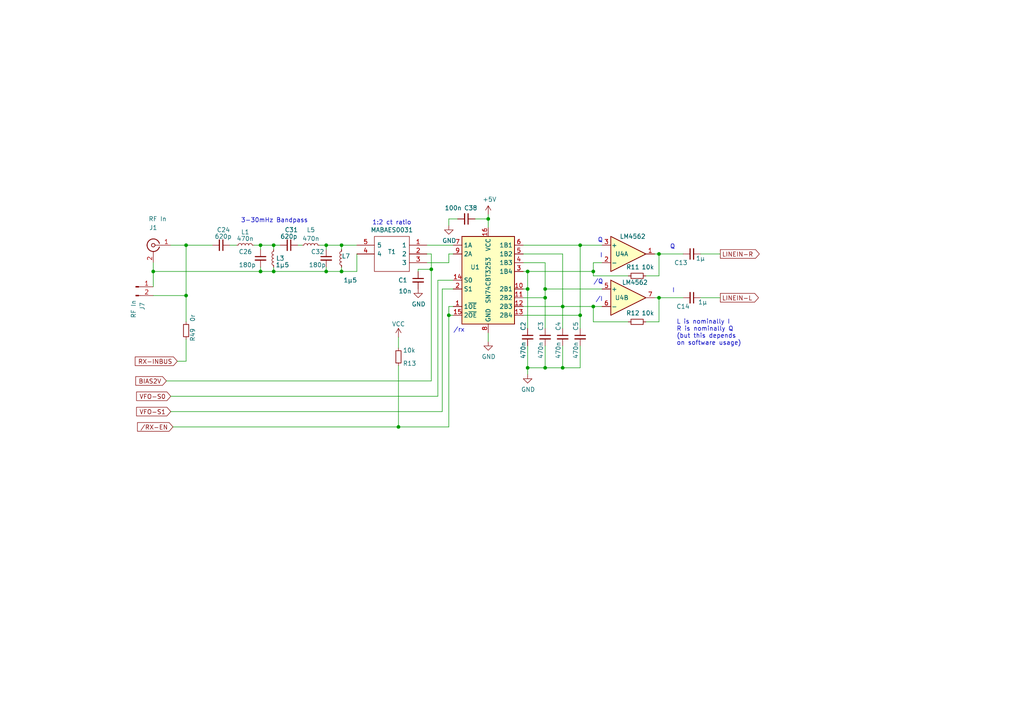
<source format=kicad_sch>
(kicad_sch (version 20230121) (generator eeschema)
  (paper "A4")
  (title_block (title "HF IQ Transceiver PiggyBack for Pi (not a hat)") (date "2024-01-21") (rev "2.0") (company "AE0GL: Mario P. Vano") (comment 1 "Sheet 1: Codec, Power Supplies, and GPIO"))
  (lib_symbols
    (symbol "Amplifier_Operational:LM4562" (pin_names (offset 0.127))
      (property "Reference" "U" (at 0 5.08 0))
      (property "Value" "LM4562" (at 0 -5.08 0))
      (symbol "LM4562_1_1"
        (polyline (pts (xy -5.08 5.08) (xy 5.08 0) (xy -5.08 -5.08) (xy -5.08 5.08)) (stroke (width 0.254)) (fill (type background)))
        (pin output line (at 7.62 0 180) (length 2.54) (name "~") (number "1"))
        (pin input line (at -7.62 -2.54 0) (length 2.54) (name "-") (number "2"))
        (pin input line (at -7.62 2.54 0) (length 2.54) (name "+") (number "3"))
      )
      (symbol "LM4562_2_1"
        (polyline (pts (xy -5.08 5.08) (xy 5.08 0) (xy -5.08 -5.08) (xy -5.08 5.08)) (stroke (width 0.254)) (fill (type background)))
        (pin input line (at -7.62 2.54 0) (length 2.54) (name "+") (number "5"))
        (pin input line (at -7.62 -2.54 0) (length 2.54) (name "-") (number "6"))
        (pin output line (at 7.62 0 180) (length 2.54) (name "~") (number "7"))
      )
      (symbol "LM4562_3_1"
        (pin power_in line (at -2.54 -7.62 90) (length 3.81) (name "V-") (number "4"))
        (pin power_in line (at -2.54 7.62 270) (length 3.81) (name "V+") (number "8"))
      )
    )
    (symbol "Analog_Switch:SN74CBT3253"
      (property "Reference" "U" (at -7.62 13.97 0))
      (property "Value" "SN74CBT3253" (at -11.43 -13.97 0))
      (symbol "SN74CBT3253_0_1"
        (rectangle (start -7.62 12.7) (end 7.62 -12.7) (stroke (width 0.254)) (fill (type background)))
        (rectangle (start 7.62 -12.7) (end 7.62 -12.7))
      )
      (symbol "SN74CBT3253_1_1"
        (pin input line (at -10.16 -7.62 0) (length 2.54) (name "1~{OE}") (number "1"))
        (pin bidirectional line (at 10.16 -2.54 180) (length 2.54) (name "2B1") (number "10"))
        (pin bidirectional line (at 10.16 -5.08 180) (length 2.54) (name "2B2") (number "11"))
        (pin bidirectional line (at 10.16 -7.62 180) (length 2.54) (name "2B3") (number "12"))
        (pin bidirectional line (at 10.16 -10.16 180) (length 2.54) (name "2B4") (number "13"))
        (pin input line (at -10.16 0 0) (length 2.54) (name "S0") (number "14"))
        (pin input line (at -10.16 -10.16 0) (length 2.54) (name "2~{OE}") (number "15"))
        (pin power_in line (at 0 15.24 270) (length 2.54) (name "VCC") (number "16"))
        (pin input line (at -10.16 -2.54 0) (length 2.54) (name "S1") (number "2"))
        (pin bidirectional line (at 10.16 2.54 180) (length 2.54) (name "1B4") (number "3"))
        (pin bidirectional line (at 10.16 5.08 180) (length 2.54) (name "1B3") (number "4"))
        (pin bidirectional line (at 10.16 7.62 180) (length 2.54) (name "1B2") (number "5"))
        (pin bidirectional line (at 10.16 10.16 180) (length 2.54) (name "1B1") (number "6"))
        (pin bidirectional line (at -10.16 10.16 0) (length 2.54) (name "1A") (number "7"))
        (pin power_in line (at 0 -15.24 90) (length 2.54) (name "GND") (number "8"))
        (pin bidirectional line (at -10.16 7.62 0) (length 2.54) (name "2A") (number "9"))
      )
    )
    (symbol "Connector:Conn_01x02_Pin" (pin_names (offset 1.016) hide)
      (property "Reference" "J" (at 0 2.54 0))
      (property "Value" "Conn_01x02_Pin" (at 0 -5.08 0))
      (symbol "Conn_01x02_Pin_1_1"
        (polyline (pts (xy 1.27 -2.54) (xy 0.8636 -2.54)) (stroke (width 0.1524)))
        (polyline (pts (xy 1.27 0) (xy 0.8636 0)) (stroke (width 0.1524)))
        (rectangle (start 0.8636 -2.413) (end 0 -2.667) (stroke (width 0.1524)) (fill (type outline)))
        (rectangle (start 0.8636 0.127) (end 0 -0.127) (stroke (width 0.1524)) (fill (type outline)))
        (pin passive line (at 5.08 0 180) (length 3.81) (name "Pin_1") (number "1"))
        (pin passive line (at 5.08 -2.54 180) (length 3.81) (name "Pin_2") (number "2"))
      )
    )
    (symbol "Connector:Conn_Coaxial" (pin_names (offset 1.016) hide)
      (property "Reference" "J" (at 0.254 3.048 0))
      (property "Value" "Conn_Coaxial" (at 2.921 0 90))
      (symbol "Conn_Coaxial_0_1"
        (arc (start -1.778 -0.508) (mid 0.2311 -1.8066) (end 1.778 0) (stroke (width 0.254)))
        (polyline (pts (xy -2.54 0) (xy -0.508 0)))
        (polyline (pts (xy 0 -2.54) (xy 0 -1.778)))
        (circle (center 0 0) (radius 0.508) (stroke (width 0.2032)))
        (arc (start 1.778 0) (mid 0.2099 1.8101) (end -1.778 0.508) (stroke (width 0.254)))
      )
      (symbol "Conn_Coaxial_1_1"
        (pin passive line (at -5.08 0 0) (length 2.54) (name "In") (number "1"))
        (pin passive line (at 0 -5.08 90) (length 2.54) (name "Ext") (number "2"))
      )
    )
    (symbol "Device:C_Small" (pin_numbers hide) (pin_names (offset 0.254) hide)
      (property "Reference" "C" (at 0.254 1.778 0))
      (property "Value" "C_Small" (at 0.254 -2.032 0))
      (symbol "C_Small_0_1"
        (polyline (pts (xy -1.524 -0.508) (xy 1.524 -0.508)) (stroke (width 0.3302)))
        (polyline (pts (xy -1.524 0.508) (xy 1.524 0.508)) (stroke (width 0.3048)))
      )
      (symbol "C_Small_1_1"
        (pin passive line (at 0 2.54 270) (length 2.032) (name "~") (number "1"))
        (pin passive line (at 0 -2.54 90) (length 2.032) (name "~") (number "2"))
      )
    )
    (symbol "Device:L_Small" (pin_numbers hide) (pin_names (offset 0.254) hide)
      (property "Reference" "L" (at 0.762 1.016 0))
      (property "Value" "L_Small" (at 0.762 -1.016 0))
      (symbol "L_Small_0_1"
        (arc (start 0 -2.032) (mid 0.5058 -1.524) (end 0 -1.016))
        (arc (start 0 -1.016) (mid 0.5058 -0.508) (end 0 0))
        (arc (start 0 0) (mid 0.5058 0.508) (end 0 1.016))
        (arc (start 0 1.016) (mid 0.5058 1.524) (end 0 2.032))
      )
      (symbol "L_Small_1_1"
        (pin passive line (at 0 2.54 270) (length 0.508) (name "~") (number "1"))
        (pin passive line (at 0 -2.54 90) (length 0.508) (name "~") (number "2"))
      )
    )
    (symbol "Device:R_Small" (pin_numbers hide) (pin_names (offset 0.254) hide)
      (property "Reference" "R" (at 0.762 0.508 0))
      (property "Value" "R_Small" (at 0.762 -1.016 0))
      (symbol "R_Small_0_1"
        (rectangle (start -0.762 1.778) (end 0.762 -1.778) (stroke (width 0.2032)))
      )
      (symbol "R_Small_1_1"
        (pin passive line (at 0 2.54 270) (length 0.762) (name "~") (number "1"))
        (pin passive line (at 0 -2.54 90) (length 0.762) (name "~") (number "2"))
      )
    )
    (symbol "MABAES0060:MABAES0031" (pin_names (offset 0.762))
      (property "Reference" "T" (at 16.51 7.62 0))
      (property "Value" "MABAES0031" (at 16.51 5.08 0))
      (symbol "MABAES0031_0_0"
        (pin passive line (at 20.32 0 180) (length 5.08) (name "1") (number "1"))
        (pin passive line (at 20.32 -2.54 180) (length 5.08) (name "2") (number "2"))
        (pin passive line (at 20.32 -5.08 180) (length 5.08) (name "3") (number "3"))
        (pin passive line (at 0 -2.54 0) (length 5.08) (name "4") (number "4"))
        (pin passive line (at 0 0 0) (length 5.08) (name "5") (number "5"))
      )
      (symbol "MABAES0031_0_1"
        (polyline (pts (xy 5.08 2.54) (xy 15.24 2.54) (xy 15.24 -7.62) (xy 5.08 -7.62) (xy 5.08 2.54)) (stroke (width 0.1524)))
      )
    )
    (symbol "power:+5V" (power) (pin_names (offset 0))
      (property "Value" "+5V" (at 0 3.556 0))
      (symbol "+5V_0_1"
        (polyline (pts (xy -0.762 1.27) (xy 0 2.54)))
        (polyline (pts (xy 0 0) (xy 0 2.54)))
        (polyline (pts (xy 0 2.54) (xy 0.762 1.27)))
      )
      (symbol "+5V_1_1"
        (pin power_in line (at 0 0 90) (length 0) hide (name "+5V") (number "1"))
      )
    )
    (symbol "power:GND" (power) (pin_names (offset 0))
      (property "Value" "GND" (at 0 -3.81 0))
      (symbol "GND_0_1"
        (polyline (pts (xy 0 0) (xy 0 -1.27) (xy 1.27 -1.27) (xy 0 -2.54) (xy -1.27 -1.27) (xy 0 -1.27)))
      )
      (symbol "GND_1_1"
        (pin power_in line (at 0 0 270) (length 0) hide (name "GND") (number "1"))
      )
    )
    (symbol "power:VCC" (power) (pin_names (offset 0))
      (property "Value" "VCC" (at 0 3.81 0))
      (symbol "VCC_0_1"
        (polyline (pts (xy -0.762 1.27) (xy 0 2.54)))
        (polyline (pts (xy 0 0) (xy 0 2.54)))
        (polyline (pts (xy 0 2.54) (xy 0.762 1.27)))
      )
      (symbol "VCC_1_1"
        (pin power_in line (at 0 0 90) (length 0) hide (name "VCC") (number "1"))
      )
    )
  )
  (junction (at 79.375 71.12))
  (junction (at 125.095 78.105))
  (junction (at 153.035 78.74))
  (junction (at 94.615 71.12))
  (junction (at 79.375 78.74))
  (junction (at 75.565 71.12))
  (junction (at 158.115 83.82))
  (junction (at 191.135 86.36))
  (junction (at 153.035 83.82))
  (junction (at 168.275 71.12))
  (junction (at 130.175 91.44))
  (junction (at 158.115 86.36))
  (junction (at 99.06 78.74))
  (junction (at 94.615 78.74))
  (junction (at 53.975 71.12))
  (junction (at 75.565 78.74))
  (junction (at 158.115 106.68))
  (junction (at 172.085 78.74))
  (junction (at 172.085 88.9))
  (junction (at 163.195 88.9))
  (junction (at 191.135 73.66))
  (junction (at 99.06 71.12))
  (junction (at 53.975 85.725))
  (junction (at 44.45 78.74))
  (junction (at 141.605 63.5))
  (junction (at 168.275 91.44))
  (junction (at 153.035 106.68))
  (junction (at 163.195 106.68))
  (junction (at 115.57 123.825))
  (wire (pts (xy 123.825 71.12) (xy 131.445 71.12)))
  (wire (pts (xy 158.115 83.82) (xy 174.625 83.82)))
  (wire (pts (xy 168.275 106.68) (xy 168.275 100.33)))
  (wire (pts (xy 49.53 114.935) (xy 127 114.935)))
  (wire (pts (xy 141.605 63.5) (xy 141.605 62.23)))
  (wire (pts (xy 208.915 86.36) (xy 203.2 86.36)))
  (wire (pts (xy 151.765 91.44) (xy 168.275 91.44)))
  (wire (pts (xy 153.035 106.68) (xy 153.035 108.585)))
  (wire (pts (xy 163.195 106.68) (xy 163.195 100.33)))
  (wire (pts (xy 79.375 78.74) (xy 79.375 77.47)))
  (wire (pts (xy 153.035 78.74) (xy 153.035 83.82)))
  (wire (pts (xy 50.165 123.825) (xy 115.57 123.825)))
  (wire (pts (xy 191.135 80.01) (xy 187.325 80.01)))
  (wire (pts (xy 153.035 100.33) (xy 153.035 106.68)))
  (wire (pts (xy 53.975 85.725) (xy 53.975 93.345)))
  (wire (pts (xy 86.36 71.12) (xy 87.63 71.12)))
  (wire (pts (xy 158.115 95.25) (xy 158.115 86.36)))
  (wire (pts (xy 141.605 96.52) (xy 141.605 99.06)))
  (wire (pts (xy 131.445 88.9) (xy 130.175 88.9)))
  (wire (pts (xy 49.53 119.38) (xy 128.27 119.38)))
  (wire (pts (xy 158.115 106.68) (xy 158.115 100.33)))
  (wire (pts (xy 123.825 76.2) (xy 130.175 76.2)))
  (wire (pts (xy 131.445 83.82) (xy 128.27 83.82)))
  (wire (pts (xy 94.615 78.74) (xy 99.06 78.74)))
  (wire (pts (xy 182.245 93.345) (xy 172.085 93.345)))
  (wire (pts (xy 125.095 73.66) (xy 125.095 78.105)))
  (wire (pts (xy 44.45 78.74) (xy 75.565 78.74)))
  (wire (pts (xy 189.865 86.36) (xy 191.135 86.36)))
  (wire (pts (xy 73.66 71.12) (xy 75.565 71.12)))
  (wire (pts (xy 151.765 76.2) (xy 158.115 76.2)))
  (wire (pts (xy 130.175 123.825) (xy 130.175 91.44)))
  (wire (pts (xy 158.115 76.2) (xy 158.115 83.82)))
  (wire (pts (xy 130.175 63.5) (xy 130.175 65.405)))
  (wire (pts (xy 141.605 66.04) (xy 141.605 63.5)))
  (wire (pts (xy 172.085 78.74) (xy 172.085 80.01)))
  (wire (pts (xy 66.675 71.12) (xy 68.58 71.12)))
  (wire (pts (xy 132.715 63.5) (xy 130.175 63.5)))
  (wire (pts (xy 44.45 83.185) (xy 44.45 78.74)))
  (wire (pts (xy 44.45 76.2) (xy 44.45 78.74)))
  (wire (pts (xy 53.975 98.425) (xy 53.975 104.775)))
  (wire (pts (xy 153.035 78.74) (xy 172.085 78.74)))
  (wire (pts (xy 75.565 71.12) (xy 79.375 71.12)))
  (wire (pts (xy 99.06 71.12) (xy 103.505 71.12)))
  (wire (pts (xy 48.26 110.49) (xy 125.095 110.49)))
  (wire (pts (xy 99.06 72.39) (xy 99.06 71.12)))
  (wire (pts (xy 125.095 73.66) (xy 123.825 73.66)))
  (wire (pts (xy 99.06 78.74) (xy 99.06 77.47)))
  (wire (pts (xy 94.615 71.12) (xy 94.615 72.39)))
  (wire (pts (xy 127 114.935) (xy 127 81.28)))
  (wire (pts (xy 127 81.28) (xy 131.445 81.28)))
  (wire (pts (xy 137.795 63.5) (xy 141.605 63.5)))
  (wire (pts (xy 153.035 95.25) (xy 153.035 83.82)))
  (wire (pts (xy 103.505 78.74) (xy 103.505 73.66)))
  (wire (pts (xy 121.285 78.105) (xy 125.095 78.105)))
  (wire (pts (xy 99.06 78.74) (xy 103.505 78.74)))
  (wire (pts (xy 158.115 86.36) (xy 151.765 86.36)))
  (wire (pts (xy 121.285 78.74) (xy 121.285 78.105)))
  (wire (pts (xy 172.085 88.9) (xy 163.195 88.9)))
  (wire (pts (xy 172.085 88.9) (xy 172.085 93.345)))
  (wire (pts (xy 130.175 91.44) (xy 131.445 91.44)))
  (wire (pts (xy 49.53 71.12) (xy 53.975 71.12)))
  (wire (pts (xy 94.615 78.74) (xy 94.615 77.47)))
  (wire (pts (xy 158.115 83.82) (xy 158.115 86.36)))
  (wire (pts (xy 153.035 83.82) (xy 151.765 83.82)))
  (wire (pts (xy 163.195 88.9) (xy 151.765 88.9)))
  (wire (pts (xy 79.375 72.39) (xy 79.375 71.12)))
  (wire (pts (xy 158.115 106.68) (xy 163.195 106.68)))
  (wire (pts (xy 198.12 86.36) (xy 191.135 86.36)))
  (wire (pts (xy 182.245 80.01) (xy 172.085 80.01)))
  (wire (pts (xy 53.975 104.775) (xy 51.435 104.775)))
  (wire (pts (xy 172.085 76.2) (xy 174.625 76.2)))
  (wire (pts (xy 75.565 71.12) (xy 75.565 72.39)))
  (wire (pts (xy 168.275 95.25) (xy 168.275 91.44)))
  (wire (pts (xy 79.375 78.74) (xy 94.615 78.74)))
  (wire (pts (xy 92.71 71.12) (xy 94.615 71.12)))
  (wire (pts (xy 115.57 106.045) (xy 115.57 123.825)))
  (wire (pts (xy 130.175 88.9) (xy 130.175 91.44)))
  (wire (pts (xy 44.45 85.725) (xy 53.975 85.725)))
  (wire (pts (xy 130.175 73.66) (xy 131.445 73.66)))
  (wire (pts (xy 198.12 73.66) (xy 191.135 73.66)))
  (wire (pts (xy 115.57 123.825) (xy 130.175 123.825)))
  (wire (pts (xy 172.085 76.2) (xy 172.085 78.74)))
  (wire (pts (xy 191.135 73.66) (xy 189.865 73.66)))
  (wire (pts (xy 187.325 93.345) (xy 191.135 93.345)))
  (wire (pts (xy 203.2 73.66) (xy 208.915 73.66)))
  (wire (pts (xy 168.275 71.12) (xy 151.765 71.12)))
  (wire (pts (xy 53.975 71.12) (xy 53.975 85.725)))
  (wire (pts (xy 115.57 97.79) (xy 115.57 100.965)))
  (wire (pts (xy 168.275 71.12) (xy 168.275 91.44)))
  (wire (pts (xy 151.765 78.74) (xy 153.035 78.74)))
  (wire (pts (xy 163.195 73.66) (xy 163.195 88.9)))
  (wire (pts (xy 191.135 73.66) (xy 191.135 80.01)))
  (wire (pts (xy 163.195 95.25) (xy 163.195 88.9)))
  (wire (pts (xy 79.375 71.12) (xy 81.28 71.12)))
  (wire (pts (xy 172.085 88.9) (xy 174.625 88.9)))
  (wire (pts (xy 163.195 106.68) (xy 168.275 106.68)))
  (wire (pts (xy 191.135 93.345) (xy 191.135 86.36)))
  (wire (pts (xy 174.625 71.12) (xy 168.275 71.12)))
  (wire (pts (xy 53.975 71.12) (xy 61.595 71.12)))
  (wire (pts (xy 125.095 110.49) (xy 125.095 78.105)))
  (wire (pts (xy 99.06 71.12) (xy 94.615 71.12)))
  (wire (pts (xy 151.765 73.66) (xy 163.195 73.66)))
  (wire (pts (xy 153.035 106.68) (xy 158.115 106.68)))
  (wire (pts (xy 130.175 76.2) (xy 130.175 73.66)))
  (wire (pts (xy 75.565 78.74) (xy 79.375 78.74)))
  (wire (pts (xy 128.27 119.38) (xy 128.27 83.82)))
  (wire (pts (xy 75.565 78.74) (xy 75.565 77.47)))
  (text "Q" (at 194.31 72.39 0) (effects (font (size 1.27 1.27)) (justify left bottom)))
  (text "3-30mHz Bandpass" (at 69.85 64.77 0) (effects (font (size 1.27 1.27)) (justify left bottom)))
  (text "I" (at 173.99 74.93 0) (effects (font (size 1.27 1.27)) (justify left bottom)))
  (text "/rx" (at 131.445 96.52 0) (effects (font (size 1.27 1.27)) (justify left bottom)))
  (text "1:2 ct ratio" (at 107.95 65.405 0) (effects (font (size 1.27 1.27)) (justify left bottom)))
  (text "Q" (at 173.355 70.485 0) (effects (font (size 1.27 1.27)) (justify left bottom)))
  (text "L is nominally I\nR is nominally Q\n(but this depends\non software usage)" (at 196.215 100.33 0) (effects (font (size 1.27 1.27)) (justify left bottom)))
  (text "I" (at 194.945 85.09 0) (effects (font (size 1.27 1.27)) (justify left bottom)))
  (text "/I" (at 172.72 87.63 0) (effects (font (size 1.27 1.27)) (justify left bottom)))
  (text "/Q" (at 172.085 82.55 0) (effects (font (size 1.27 1.27)) (justify left bottom)))
  (global_label "VFO-S0" (shape input) (at 49.53 114.935 180) (property "Intersheetrefs" "${INTERSHEET_REFS}" (effects hide)))
  (global_label "BIAS2V" (shape input) (at 48.26 110.49 180) (property "Intersheetrefs" "${INTERSHEET_REFS}" (effects hide)))
  (global_label "{slash}RX-EN" (shape input) (at 50.165 123.825 180) (property "Intersheetrefs" "${INTERSHEET_REFS}" (effects hide)))
  (global_label "LINEIN-L" (shape output) (at 208.915 86.36 0) (property "Intersheetrefs" "${INTERSHEET_REFS}" (effects hide)))
  (global_label "VFO-S1" (shape input) (at 49.53 119.38 180) (property "Intersheetrefs" "${INTERSHEET_REFS}" (effects hide)))
  (global_label "RX-INBUS" (shape input) (at 51.435 104.775 180) (property "Intersheetrefs" "${INTERSHEET_REFS}" (effects hide)))
  (global_label "LINEIN-R" (shape output) (at 208.915 73.66 0) (property "Intersheetrefs" "${INTERSHEET_REFS}" (effects hide)))
  (symbol (lib_id "power:GND") (at 141.605 99.06 0) (unit 1)
    (property "Reference" "#PWR073" (effects hide))
    (property "Value" "GND" (at 141.732 103.4542 0))
  )
  (symbol (lib_id "Device:C_Small") (at 83.82 71.12 270) (unit 1)
    (property "Reference" "C31" (at 82.55 66.675 90) (effects (justify left)))
    (property "Value" "620p" (at 81.28 68.58 90) (effects (justify left)))
    (property "Footprint" "Capacitor_SMD:C_0603_1608Metric" (effects hide))
    (property "DigiKey Part Number" "399-C0603C621J5GAC7867CT-ND" (effects hide))
    (property "Description" "CAP CER 620PF 50V C0G/NP0 0603" (effects hide))
    (property "Manufacturer_Part_Number" "399-C0603C621J5GAC7867DKR-ND" (effects hide))
    (property "Manufacturer_Name" "KEMET" (effects hide))
  )
  (symbol (lib_id "Device:C_Small") (at 158.115 97.79 0) (mirror y) (unit 1)
    (property "Reference" "C3" (at 156.845 94.615 90))
    (property "Value" "470n" (at 156.845 101.6 90))
    (property "Footprint" "Capacitor_SMD:C_0603_1608Metric" (effects hide))
    (property "DigiKey Part Number" "13-CC0603JRX7R8BB474CT-ND" (effects hide))
    (property "Manufacturer_Part_Number" "CC0603JRX7R8BB474" (effects hide))
    (property "Description" "CAP CER 0.47UF 25V X7R 0603" (effects hide))
    (property "Manufacturer_Name" "YAGEO" (effects hide))
  )
  (symbol (lib_id "Device:R_Small") (at 184.785 93.345 270) (unit 1)
    (property "Reference" "R12" (at 181.61 90.805 90) (effects (justify left)))
    (property "Value" "10k" (at 186.055 90.805 90) (effects (justify left)))
    (property "Footprint" "Resistor_SMD:R_0603_1608Metric" (effects hide))
    (property "DigiKey Part Number" "RMCF0603FT10K0CT-ND" (effects hide))
    (property "Description" "RES 10K OHM 1% 1/10W 0603" (effects hide))
    (property "Manufacturer_Part_Number" "RMCF0603FT10K0" (effects hide))
    (property "Manufacturer_Name" "Stackpole Electronics Inc" (effects hide))
  )
  (symbol (lib_id "Device:R_Small") (at 53.975 95.885 0) (mirror y) (unit 1) (in_bom no)
    (property "Reference" "R49" (at 55.88 99.06 90) (effects (justify left)))
    (property "Value" "0r" (at 55.88 93.345 90) (effects (justify left)))
    (property "Footprint" "Resistor_SMD:R_0603_1608Metric" (effects hide))
    (property "DigiKey Part Number" "RMCF0603ZT0R00CT-ND" (effects hide))
    (property "Description" "RES 0 OHM JUMPER 1/10W 0603" (effects hide))
    (property "Manufacturer_Name" "Stackpole Electronics Inc" (effects hide))
    (property "Manufacturer_Part_Number" "RMCF0603ZT0R00" (effects hide))
  )
  (symbol (lib_id "Device:R_Small") (at 115.57 103.505 0) (mirror x) (unit 1)
    (property "Reference" "R13" (at 116.84 105.41 0) (effects (justify left)))
    (property "Value" "10k" (at 116.84 101.6 0) (effects (justify left)))
    (property "Footprint" "Resistor_SMD:R_0603_1608Metric" (effects hide))
    (property "DigiKey Part Number" "RMCF0603FT10K0CT-ND" (effects hide))
    (property "Description" "RES 10K OHM 1% 1/10W 0603" (effects hide))
    (property "Manufacturer_Part_Number" "RMCF0603FT10K0" (effects hide))
    (property "Manufacturer_Name" "Stackpole Electronics Inc" (effects hide))
  )
  (symbol (lib_id "Device:C_Small") (at 135.255 63.5 270) (mirror x) (unit 1)
    (property "Reference" "C38" (at 136.525 60.325 90))
    (property "Value" "100n" (at 131.445 60.325 90))
    (property "Footprint" "Capacitor_SMD:C_0603_1608Metric" (effects hide))
    (property "DigiKey Part Number" "1276-1033-1-ND" (effects hide))
    (property "Manufacturer_Part_Number" "CL10B104JB8NNNC" (effects hide))
    (property "Description" "0.1 µF ±5% 50V Ceramic Capacitor X7R 0603 (1608 Metric)" (effects hide))
    (property "Manufacturer_Name" "Samsung Electro-Mechanics" (effects hide))
  )
  (symbol (lib_id "Device:C_Small") (at 153.035 97.79 0) (mirror y) (unit 1)
    (property "Reference" "C2" (at 151.765 94.615 90))
    (property "Value" "470n" (at 151.765 101.6 90))
    (property "Footprint" "Capacitor_SMD:C_0603_1608Metric" (effects hide))
    (property "DigiKey Part Number" "13-CC0603JRX7R8BB474CT-ND" (effects hide))
    (property "Manufacturer_Part_Number" "CC0603JRX7R8BB474" (effects hide))
    (property "Description" "CAP CER 0.47UF 25V X7R 0603" (effects hide))
    (property "Manufacturer_Name" "YAGEO" (effects hide))
  )
  (symbol (lib_id "power:VCC") (at 115.57 97.79 0) (unit 1)
    (property "Reference" "#PWR016" (effects hide))
    (property "Value" "VCC" (at 115.57 93.98 0))
  )
  (symbol (lib_id "Device:L_Small") (at 90.17 71.12 270) (mirror x) (unit 1)
    (property "Reference" "L5" (at 90.17 66.675 90))
    (property "Value" "470n" (at 90.17 69.215 90))
    (property "Footprint" "Inductor_SMD:L_0603_1608Metric" (effects hide))
    (property "DigiKey Part Number" "445-16967-1-ND" (effects hide))
    (property "Description" "FIXED IND 470NH 100MA 950MOHM SM" (effects hide))
    (property "Manufacturer_Part_Number" "MLF1608DR47JTD25" (effects hide))
    (property "Manufacturer_Name" "TDK Corporation" (effects hide))
  )
  (symbol (lib_id "Connector:Conn_01x02_Pin") (at 39.37 83.185 0) (unit 1) (in_bom no)
    (property "Reference" "J7" (at 41.275 87.63 90) (effects (justify right)))
    (property "Value" "RF In" (at 38.735 86.995 90) (effects (justify right)))
    (property "Footprint" "Connector_PinHeader_2.54mm:PinHeader_2x01_P2.54mm_Vertical" (effects hide))
  )
  (symbol (lib_id "Device:L_Small") (at 79.375 74.93 0) (mirror y) (unit 1)
    (property "Reference" "L3" (at 81.28 74.93 0))
    (property "Value" "1µ5" (at 81.915 76.835 0))
    (property "Footprint" "Inductor_SMD:L_0603_1608Metric" (effects hide))
    (property "DigiKey Part Number" "445-175367-1-ND" (effects hide))
    (property "Description" "FIXED IND 1.5UH 50MA 700MOHM SMD" (effects hide))
    (property "Manufacturer_Part_Number" "MLF1608A1R5JT000" (effects hide))
    (property "Manufacturer_Name" "TDK Corporation" (effects hide))
  )
  (symbol (lib_id "power:GND") (at 130.175 65.405 0) (unit 1)
    (property "Reference" "#PWR071" (effects hide))
    (property "Value" "GND" (at 130.302 69.7992 0))
  )
  (symbol (lib_id "Device:L_Small") (at 99.06 74.93 0) (mirror y) (unit 1)
    (property "Reference" "L7" (at 100.33 74.295 0))
    (property "Value" "1µ5" (at 101.6 81.28 0))
    (property "Footprint" "Inductor_SMD:L_0603_1608Metric" (effects hide))
    (property "DigiKey Part Number" "445-175367-1-ND" (effects hide))
    (property "Description" "FIXED IND 1.5UH 50MA 700MOHM SMD" (effects hide))
    (property "Manufacturer_Part_Number" "MLF1608A1R5JT000" (effects hide))
    (property "Manufacturer_Name" "TDK Corporation" (effects hide))
  )
  (symbol (lib_id "Amplifier_Operational:LM4562") (at 182.245 73.66 0) (unit 1)
    (property "Reference" "U4" (at 180.34 73.66 0))
    (property "Value" "LM4562" (at 183.515 68.58 0))
    (property "Footprint" "Package_SO:SOIC-8_3.9x4.9mm_P1.27mm" (effects hide))
    (property "Datasheet" "http://www.ti.com/lit/ds/symlink/lm4562.pdf" (effects hide))
    (property "DigiKey Part Number" "296-44416-5-ND" (effects hide))
    (property "Description" "IC AUDIO 2 CIRCUIT 8SOIC" (effects hide))
    (property "Manufacturer_Name" "Texas Instruments" (effects hide))
    (property "Manufacturer_Part_Number" "LM4562MA/NOPB" (effects hide))
  )
  (symbol (lib_id "Device:C_Small") (at 75.565 74.93 0) (unit 1)
    (property "Reference" "C26" (at 69.215 73.025 0) (effects (justify left)))
    (property "Value" "180p" (at 69.215 76.835 0) (effects (justify left)))
    (property "Footprint" "Capacitor_SMD:C_0603_1608Metric" (effects hide))
    (property "DigiKey Part Number" "399-C0603C181J5GAC7867CT-ND" (effects hide))
    (property "Description" "CAP CER 180PF 50V C0G/NP0 0603" (effects hide))
    (property "Manufacturer_Name" "KEMET" (effects hide))
    (property "Manufacturer_Part_Number" "C0603C181J5GAC7867" (effects hide))
  )
  (symbol (lib_id "Device:L_Small") (at 71.12 71.12 270) (mirror x) (unit 1)
    (property "Reference" "L1" (at 71.12 67.31 90))
    (property "Value" "470n" (at 71.12 69.215 90))
    (property "Footprint" "Inductor_SMD:L_0603_1608Metric" (effects hide))
    (property "DigiKey Part Number" "445-16967-1-ND" (effects hide))
    (property "Description" "FIXED IND 470NH 100MA 950MOHM SM" (effects hide))
    (property "Manufacturer_Part_Number" "MLF1608DR47JTD25" (effects hide))
    (property "Manufacturer_Name" "TDK Corporation" (effects hide))
  )
  (symbol (lib_id "power:GND") (at 153.035 108.585 0) (unit 1)
    (property "Reference" "#PWR074" (effects hide))
    (property "Value" "GND" (at 153.162 112.9792 0))
  )
  (symbol (lib_id "Device:C_Small") (at 121.285 81.28 0) (mirror y) (unit 1)
    (property "Reference" "C1" (at 116.84 81.28 0))
    (property "Value" "10n" (at 117.475 84.455 0))
    (property "Footprint" "Capacitor_SMD:C_0603_1608Metric" (effects hide))
    (property "DigiKey Part Number" "720-1375-1-ND " (effects hide))
    (property "Manufacturer_Name" "Vishay Vitramon" (effects hide))
    (property "Manufacturer_Part_Number" "VJ0603Y103JXAAC" (effects hide))
    (property "Description" "10000 pF ±5% 50V Ceramic Capacitor X7R 0603 (1608 Metric)" (effects hide))
  )
  (symbol (lib_id "Device:C_Small") (at 64.135 71.12 270) (unit 1)
    (property "Reference" "C24" (at 62.865 66.675 90) (effects (justify left)))
    (property "Value" "620p" (at 62.23 68.58 90) (effects (justify left)))
    (property "Footprint" "Capacitor_SMD:C_0603_1608Metric" (effects hide))
    (property "DigiKey Part Number" "399-C0603C621J5GAC7867CT-ND" (effects hide))
    (property "Description" "CAP CER 620PF 50V C0G/NP0 0603" (effects hide))
    (property "Manufacturer_Part_Number" "399-C0603C621J5GAC7867DKR-ND" (effects hide))
    (property "Manufacturer_Name" "KEMET" (effects hide))
  )
  (symbol (lib_id "Device:R_Small") (at 184.785 80.01 270) (mirror x) (unit 1)
    (property "Reference" "R11" (at 181.61 77.47 90) (effects (justify left)))
    (property "Value" "10k" (at 186.055 77.47 90) (effects (justify left)))
    (property "Footprint" "Resistor_SMD:R_0603_1608Metric" (effects hide))
    (property "DigiKey Part Number" "RMCF0603FT10K0CT-ND" (effects hide))
    (property "Description" "RES 10K OHM 1% 1/10W 0603" (effects hide))
    (property "Manufacturer_Part_Number" "RMCF0603FT10K0" (effects hide))
    (property "Manufacturer_Name" "Stackpole Electronics Inc" (effects hide))
  )
  (symbol (lib_id "Device:C_Small") (at 200.66 73.66 90) (unit 1)
    (property "Reference" "C13" (at 197.485 76.2 90))
    (property "Value" "1µ" (at 203.2 74.93 90))
    (property "Footprint" "Capacitor_SMD:C_0603_1608Metric" (effects hide))
    (property "DigiKey Part Number" "1276-1036-1-ND" (effects hide))
    (property "Manufacturer_Part_Number" "CL10A105KQ8NNNC" (effects hide))
    (property "Description" "CAP CER 1UF 6.3V X5R 0603" (effects hide))
    (property "Manufacturer_Name" "Samsung Electro-Mechanics" (effects hide))
  )
  (symbol (lib_id "Device:C_Small") (at 163.195 97.79 0) (mirror y) (unit 1)
    (property "Reference" "C4" (at 161.925 94.615 90))
    (property "Value" "470n" (at 161.925 101.6 90))
    (property "Footprint" "Capacitor_SMD:C_0603_1608Metric" (effects hide))
    (property "DigiKey Part Number" "13-CC0603JRX7R8BB474CT-ND" (effects hide))
    (property "Manufacturer_Part_Number" "CC0603JRX7R8BB474" (effects hide))
    (property "Description" "CAP CER 0.47UF 25V X7R 0603" (effects hide))
    (property "Manufacturer_Name" "YAGEO" (effects hide))
  )
  (symbol (lib_id "Device:C_Small") (at 94.615 74.93 0) (unit 1)
    (property "Reference" "C32" (at 90.17 73.025 0) (effects (justify left)))
    (property "Value" "180p" (at 89.535 76.835 0) (effects (justify left)))
    (property "Footprint" "Capacitor_SMD:C_0603_1608Metric" (effects hide))
    (property "DigiKey Part Number" "399-C0603C181J5GAC7867CT-ND" (effects hide))
    (property "Description" "CAP CER 180PF 50V C0G/NP0 0603" (effects hide))
    (property "Manufacturer_Name" "KEMET" (effects hide))
    (property "Manufacturer_Part_Number" "C0603C181J5GAC7867" (effects hide))
  )
  (symbol (lib_id "power:GND") (at 121.285 83.82 0) (unit 1)
    (property "Reference" "#PWR070" (effects hide))
    (property "Value" "GND" (at 121.412 88.2142 0))
  )
  (symbol (lib_id "MABAES0060:MABAES0031") (at 103.505 71.12 0) (unit 1)
    (property "Reference" "T1" (at 113.665 73.025 0))
    (property "Value" "MABAES0031" (at 113.665 66.7004 0))
    (property "Footprint" "radiohead:Transformer_MACOM_MABAES00031CT" (effects hide))
    (property "Datasheet" "https://cdn.macom.com/datasheets/MABAES0060.pdf" (effects hide))
    (property "Description" "Audio Transformers / Signal Transformers .3-200MHz IL 1.5dB Impedance Ratio 1:4" (effects hide))
    (property "Height" "3.8" (effects hide))
    (property "Manufacturer_Name" "MACOM" (effects hide))
    (property "Manufacturer_Part_Number" "MABAES0031CT" (effects hide))
    (property "Mouser Part Number" "1464-MABAES0031-CT" (effects hide))
    (property "DigiKey Part Number" "1465-MABAES0031CT-ND" (effects hide))
  )
  (symbol (lib_id "Analog_Switch:SN74CBT3253") (at 141.605 81.28 0) (unit 1)
    (property "Reference" "U1" (at 137.795 77.47 0))
    (property "Value" "SN74CBT3253" (at 141.605 81.28 90))
    (property "Footprint" "Package_SO:SOIC-16_3.9x9.9mm_P1.27mm" (effects hide))
    (property "Datasheet" "http://www.ti.com/lit/gpn/sn74cbt3253" (effects hide))
    (property "DigiKey Part Number" "296-33866-5-ND" (effects hide))
    (property "Description" "IC MUX/DEMUX 2 X 4:1 16SOIC" (effects hide))
    (property "Manufacturer_Name" "Texas Instruments" (effects hide))
    (property "Manufacturer_Part_Number" "SN74CBT3253CD" (effects hide))
  )
  (symbol (lib_id "Device:C_Small") (at 168.275 97.79 0) (mirror y) (unit 1)
    (property "Reference" "C5" (at 167.005 94.615 90))
    (property "Value" "470n" (at 167.005 101.6 90))
    (property "Footprint" "Capacitor_SMD:C_0603_1608Metric" (effects hide))
    (property "DigiKey Part Number" "13-CC0603JRX7R8BB474CT-ND" (effects hide))
    (property "Manufacturer_Part_Number" "CC0603JRX7R8BB474" (effects hide))
    (property "Description" "CAP CER 0.47UF 25V X7R 0603" (effects hide))
    (property "Manufacturer_Name" "YAGEO" (effects hide))
  )
  (symbol (lib_id "Connector:Conn_Coaxial") (at 44.45 71.12 0) (mirror y) (unit 1) (in_bom no)
    (property "Reference" "J1" (at 44.45 66.04 0))
    (property "Value" "RF In" (at 45.72 63.5 0))
    (property "Footprint" "Connector_Coaxial:SMA_Samtec_SMA-J-P-X-ST-EM1_EdgeMount" (effects hide))
    (property "Datasheet" " ~" (effects hide))
  )
  (symbol (lib_id "power:+5V") (at 141.605 62.23 0) (unit 1)
    (property "Reference" "#PWR072" (effects hide))
    (property "Value" "+5V" (at 141.986 57.8358 0))
  )
  (symbol (lib_id "Amplifier_Operational:LM4562") (at 182.245 86.36 0) (unit 2)
    (property "Reference" "U4" (at 180.34 86.36 0))
    (property "Value" "LM4562" (at 184.15 81.915 0))
    (property "Footprint" "Package_SO:SOIC-8_3.9x4.9mm_P1.27mm" (effects hide))
    (property "Datasheet" "http://www.ti.com/lit/ds/symlink/lm4562.pdf" (effects hide))
    (property "DigiKey Part Number" "296-44416-5-ND" (effects hide))
    (property "Description" "IC AUDIO 2 CIRCUIT 8SOIC" (effects hide))
    (property "Manufacturer_Name" "Texas Instruments" (effects hide))
    (property "Manufacturer_Part_Number" "LM4562MA/NOPB" (effects hide))
  )
  (symbol (lib_id "Device:C_Small") (at 200.66 86.36 270) (unit 1)
    (property "Reference" "C14" (at 198.12 88.9 90))
    (property "Value" "1µ" (at 203.835 87.63 90))
    (property "Footprint" "Capacitor_SMD:C_0603_1608Metric" (effects hide))
    (property "DigiKey Part Number" "1276-1036-1-ND" (effects hide))
    (property "Manufacturer_Part_Number" "CL10A105KQ8NNNC" (effects hide))
    (property "Description" "CAP CER 1UF 6.3V X5R 0603" (effects hide))
    (property "Manufacturer_Name" "Samsung Electro-Mechanics" (effects hide))
  )
)
</source>
